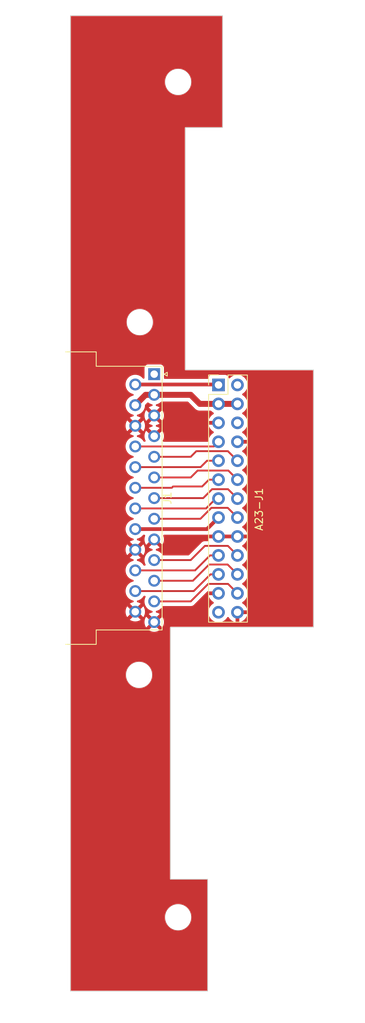
<source format=kicad_pcb>
(kicad_pcb (version 20221018) (generator pcbnew)
  (layers (0 "F.Cu" signal) (31 "B.Cu" signal) (34 "B.Paste" user) (35 "F.Paste" user) (36 "B.SilkS" user "B.Silkscreen") (37 "F.SilkS" user "F.Silkscreen") (38 "B.Mask" user) (39 "F.Mask" user) (44 "Edge.Cuts" user))
  (net 0 "")
  (net 1 "+5V")
  (net 2 "GND")
  (net 3 "POD6")
  (net 4 "POD4")
  (net 5 "POD2")
  (net 6 "POD0")
  (net 7 "~{PODSYNC}")
  (net 8 "PODPWRFAIL")
  (net 9 "~{MAINSTAT}")
  (net 10 "+12V")
  (net 11 "POD7")
  (net 12 "POD5")
  (net 13 "POD3")
  (net 14 "POD1")
  (net 15 "-5V")
  (net 16 "~{PODRESET}")
  (net 17 "~{PODSTAT}")
  (footprint "68KCPU:PinHeader_2x13_P2.54mm_Vertical_Fluke_Numbering" (layer "F.Cu") (at 74.96 80.72)
    (fp_text reference "A23-J1" (at 5.44 16.68 90) (layer "F.SilkS"))
    (fp_text value "A23-J1_Connector")
    (fp_line (start -1.33 -1.33) (end 0 -1.33) (stroke (width 0.12)) (layer "F.SilkS"))
    (fp_line (start -1.33 0) (end -1.33 -1.33) (stroke (width 0.12)) (layer "F.SilkS"))
    (fp_line (start -1.33 1.27) (end -1.33 31.81) (stroke (width 0.12)) (layer "F.SilkS"))
    (fp_line (start -1.33 1.27) (end 1.27 1.27) (stroke (width 0.12)) (layer "F.SilkS"))
    (fp_line (start -1.33 31.81) (end 3.87 31.81) (stroke (width 0.12)) (layer "F.SilkS"))
    (fp_line (start 1.27 -1.33) (end 3.87 -1.33) (stroke (width 0.12)) (layer "F.SilkS"))
    (fp_line (start 1.27 1.27) (end 1.27 -1.33) (stroke (width 0.12)) (layer "F.SilkS"))
    (fp_line (start 3.87 -1.33) (end 3.87 31.81) (stroke (width 0.12)) (layer "F.SilkS"))
    (pad "1" thru_hole oval (at 2.54 0) (size 1.7 1.7) (drill 1) (layers "*.Cu" "*.Mask"))
    (pad "2" thru_hole oval (at 2.54 2.54) (size 1.7 1.7) (drill 1) (layers "*.Cu" "*.Mask") (net 1 "+5V"))
    (pad "3" thru_hole oval (at 2.54 5.08) (size 1.7 1.7) (drill 1) (layers "*.Cu" "*.Mask"))
    (pad "4" thru_hole oval (at 2.54 7.62) (size 1.7 1.7) (drill 1) (layers "*.Cu" "*.Mask") (net 2 "GND"))
    (pad "5" thru_hole oval (at 2.54 10.16) (size 1.7 1.7) (drill 1) (layers "*.Cu" "*.Mask") (net 3 "POD6"))
    (pad "6" thru_hole oval (at 2.54 12.7) (size 1.7 1.7) (drill 1) (layers "*.Cu" "*.Mask") (net 4 "POD4"))
    (pad "7" thru_hole oval (at 2.54 15.24) (size 1.7 1.7) (drill 1) (layers "*.Cu" "*.Mask") (net 5 "POD2"))
    (pad "8" thru_hole oval (at 2.54 17.78) (size 1.7 1.7) (drill 1) (layers "*.Cu" "*.Mask") (net 6 "POD0"))
    (pad "9" thru_hole oval (at 2.54 20.32) (size 1.7 1.7) (drill 1) (layers "*.Cu" "*.Mask") (net 2 "GND"))
    (pad "10" thru_hole oval (at 2.54 22.86) (size 1.7 1.7) (drill 1) (layers "*.Cu" "*.Mask") (net 7 "~{PODSYNC}"))
    (pad "11" thru_hole oval (at 2.54 25.4) (size 1.7 1.7) (drill 1) (layers "*.Cu" "*.Mask") (net 8 "PODPWRFAIL"))
    (pad "12" thru_hole oval (at 2.54 27.94) (size 1.7 1.7) (drill 1) (layers "*.Cu" "*.Mask") (net 9 "~{MAINSTAT}"))
    (pad "13" thru_hole oval (at 2.54 30.48) (size 1.7 1.7) (drill 1) (layers "*.Cu" "*.Mask") (net 2 "GND"))
    (pad "14" thru_hole rect (at 0 0) (size 1.7 1.7) (drill 1) (layers "*.Cu" "*.Mask") (net 10 "+12V"))
    (pad "15" thru_hole oval (at 0 2.54) (size 1.7 1.7) (drill 1) (layers "*.Cu" "*.Mask") (net 1 "+5V"))
    (pad "16" thru_hole oval (at 0 5.08) (size 1.7 1.7) (drill 1) (layers "*.Cu" "*.Mask") (net 2 "GND"))
    (pad "17" thru_hole oval (at 0 7.62) (size 1.7 1.7) (drill 1) (layers "*.Cu" "*.Mask") (net 11 "POD7"))
    (pad "18" thru_hole oval (at 0 10.16) (size 1.7 1.7) (drill 1) (layers "*.Cu" "*.Mask") (net 12 "POD5"))
    (pad "19" thru_hole oval (at 0 12.7) (size 1.7 1.7) (drill 1) (layers "*.Cu" "*.Mask") (net 13 "POD3"))
    (pad "20" thru_hole oval (at 0 15.24) (size 1.7 1.7) (drill 1) (layers "*.Cu" "*.Mask") (net 14 "POD1"))
    (pad "21" thru_hole oval (at 0 17.78) (size 1.7 1.7) (drill 1) (layers "*.Cu" "*.Mask") (net 15 "-5V"))
    (pad "22" thru_hole oval (at 0 20.32) (size 1.7 1.7) (drill 1) (layers "*.Cu" "*.Mask") (net 2 "GND"))
    (pad "23" thru_hole oval (at 0 22.86) (size 1.7 1.7) (drill 1) (layers "*.Cu" "*.Mask") (net 16 "~{PODRESET}"))
    (pad "24" thru_hole oval (at 0 25.4) (size 1.7 1.7) (drill 1) (layers "*.Cu" "*.Mask") (net 17 "~{PODSTAT}"))
    (pad "25" thru_hole oval (at 0 27.94) (size 1.7 1.7) (drill 1) (layers "*.Cu" "*.Mask") (net 2 "GND"))
    (pad "26" thru_hole oval (at 0 30.48) (size 1.7 1.7) (drill 1) (layers "*.Cu" "*.Mask"))
  )
  (footprint "Connector_Dsub:DSUB-25_Male_Horizontal_P2.77x2.54mm_EdgePinOffset9.40mm" (layer "F.Cu") (at 66.330331 79.275 -90)
    (fp_text reference "J1" (at 16.62 -1.8 90) (layer "F.SilkS"))
    (fp_text value "DB25_Plug")
    (fp_line (start -2.99 7.78) (end -1.06 7.78) (stroke (width 0.12)) (layer "F.SilkS"))
    (fp_line (start -2.99 11.88) (end -2.99 7.78) (stroke (width 0.12)) (layer "F.SilkS"))
    (fp_line (start -1.06 -1.06) (end 34.3 -1.06) (stroke (width 0.12)) (layer "F.SilkS"))
    (fp_line (start -1.06 7.78) (end -1.06 -1.06) (stroke (width 0.12)) (layer "F.SilkS"))
    (fp_line (start -0.25 -1.754338) (end 0.25 -1.754338) (stroke (width 0.12)) (layer "F.SilkS"))
    (fp_line (start 0 -1.321325) (end -0.25 -1.754338) (stroke (width 0.12)) (layer "F.SilkS"))
    (fp_line (start 0.25 -1.754338) (end 0 -1.321325) (stroke (width 0.12)) (layer "F.SilkS"))
    (fp_line (start 34.3 -1.06) (end 34.3 7.78) (stroke (width 0.12)) (layer "F.SilkS"))
    (fp_line (start 34.3 7.78) (end 36.23 7.78) (stroke (width 0.12)) (layer "F.SilkS"))
    (fp_line (start 36.23 7.78) (end 36.23 11.88) (stroke (width 0.12)) (layer "F.SilkS"))
    (pad "1" thru_hole rect (at 0 0 270) (size 1.6 1.6) (drill 1) (layers "*.Cu" "*.Mask"))
    (pad "2" thru_hole circle (at 2.77 0 270) (size 1.6 1.6) (drill 1) (layers "*.Cu" "*.Mask") (net 1 "+5V"))
    (pad "3" thru_hole circle (at 5.54 0 270) (size 1.6 1.6) (drill 1) (layers "*.Cu" "*.Mask") (net 2 "GND"))
    (pad "4" thru_hole circle (at 8.31 0 270) (size 1.6 1.6) (drill 1) (layers "*.Cu" "*.Mask") (net 2 "GND"))
    (pad "5" thru_hole circle (at 11.08 0 270) (size 1.6 1.6) (drill 1) (layers "*.Cu" "*.Mask") (net 3 "POD6"))
    (pad "6" thru_hole circle (at 13.85 0 270) (size 1.6 1.6) (drill 1) (layers "*.Cu" "*.Mask") (net 4 "POD4"))
    (pad "7" thru_hole circle (at 16.62 0 270) (size 1.6 1.6) (drill 1) (layers "*.Cu" "*.Mask") (net 5 "POD2"))
    (pad "8" thru_hole circle (at 19.39 0 270) (size 1.6 1.6) (drill 1) (layers "*.Cu" "*.Mask") (net 6 "POD0"))
    (pad "9" thru_hole circle (at 22.16 0 270) (size 1.6 1.6) (drill 1) (layers "*.Cu" "*.Mask") (net 2 "GND"))
    (pad "10" thru_hole circle (at 24.93 0 270) (size 1.6 1.6) (drill 1) (layers "*.Cu" "*.Mask") (net 7 "~{PODSYNC}"))
    (pad "11" thru_hole circle (at 27.7 0 270) (size 1.6 1.6) (drill 1) (layers "*.Cu" "*.Mask") (net 8 "PODPWRFAIL"))
    (pad "12" thru_hole circle (at 30.47 0 270) (size 1.6 1.6) (drill 1) (layers "*.Cu" "*.Mask") (net 9 "~{MAINSTAT}"))
    (pad "13" thru_hole circle (at 33.24 0 270) (size 1.6 1.6) (drill 1) (layers "*.Cu" "*.Mask") (net 2 "GND"))
    (pad "14" thru_hole circle (at 1.385 2.54 270) (size 1.6 1.6) (drill 1) (layers "*.Cu" "*.Mask") (net 10 "+12V"))
    (pad "15" thru_hole circle (at 4.155 2.54 270) (size 1.6 1.6) (drill 1) (layers "*.Cu" "*.Mask") (net 1 "+5V"))
    (pad "16" thru_hole circle (at 6.925 2.54 270) (size 1.6 1.6) (drill 1) (layers "*.Cu" "*.Mask") (net 2 "GND"))
    (pad "17" thru_hole circle (at 9.695 2.54 270) (size 1.6 1.6) (drill 1) (layers "*.Cu" "*.Mask") (net 11 "POD7"))
    (pad "18" thru_hole circle (at 12.465 2.54 270) (size 1.6 1.6) (drill 1) (layers "*.Cu" "*.Mask") (net 12 "POD5"))
    (pad "19" thru_hole circle (at 15.235 2.54 270) (size 1.6 1.6) (drill 1) (layers "*.Cu" "*.Mask") (net 13 "POD3"))
    (pad "20" thru_hole circle (at 18.005 2.54 270) (size 1.6 1.6) (drill 1) (layers "*.Cu" "*.Mask") (net 14 "POD1"))
    (pad "21" thru_hole circle (at 20.775 2.54 270) (size 1.6 1.6) (drill 1) (layers "*.Cu" "*.Mask") (net 15 "-5V"))
    (pad "22" thru_hole circle (at 23.545 2.54 270) (size 1.6 1.6) (drill 1) (layers "*.Cu" "*.Mask") (net 2 "GND"))
    (pad "23" thru_hole circle (at 26.315 2.54 270) (size 1.6 1.6) (drill 1) (layers "*.Cu" "*.Mask") (net 16 "~{PODRESET}"))
    (pad "24" thru_hole circle (at 29.085 2.54 270) (size 1.6 1.6) (drill 1) (layers "*.Cu" "*.Mask") (net 17 "~{PODSTAT}"))
    (pad "25" thru_hole circle (at 31.855 2.54 270) (size 1.6 1.6) (drill 1) (layers "*.Cu" "*.Mask") (net 2 "GND"))
  )
  (gr_circle (center 64.3 119.6) (end 64.3 117.85) (stroke (width 0.05)) (fill none) (layer "Edge.Cuts"))
  (gr_line (start 73.5 162.006) (end 73.5 147) (stroke (width 0.1)) (layer "Edge.Cuts"))
  (gr_line (start 55.1 51.4) (end 55.1 31.2) (stroke (width 0.1)) (layer "Edge.Cuts"))
  (gr_line (start 73.5 147) (end 68.5 147) (stroke (width 0.1)) (layer "Edge.Cuts"))
  (gr_line (start 68.5 147) (end 68.5 139.4) (stroke (width 0.1)) (layer "Edge.Cuts"))
  (gr_line (start 68.5 113.2) (end 73.5 113.2) (stroke (width 0.1)) (layer "Edge.Cuts"))
  (gr_line (start 73.5 162.006) (end 60 162.006) (stroke (width 0.1)) (layer "Edge.Cuts"))
  (gr_line (start 87.7 113.2) (end 87.7 78.7) (stroke (width 0.1)) (layer "Edge.Cuts"))
  (gr_circle (center 64.4 72.3) (end 64.4 70.55) (stroke (width 0.05)) (fill none) (layer "Edge.Cuts"))
  (gr_line (start 60 31.2) (end 55.1 31.2) (stroke (width 0.1)) (layer "Edge.Cuts"))
  (gr_line (start 55.1 162.006) (end 60 162.006) (stroke (width 0.1)) (layer "Edge.Cuts"))
  (gr_line (start 55.1 139.4) (end 55.1 51.4) (stroke (width 0.1)) (layer "Edge.Cuts"))
  (gr_circle (center 69.542644 152.1) (end 71.292644 152.1) (stroke (width 0.05)) (fill none) (layer "Edge.Cuts"))
  (gr_line (start 60 31.2) (end 75.5 31.2) (stroke (width 0.1)) (layer "Edge.Cuts"))
  (gr_line (start 75.5 78.7) (end 87.7 78.7) (stroke (width 0.1)) (layer "Edge.Cuts"))
  (gr_line (start 55.1 162.006) (end 55.1 139.4) (stroke (width 0.1)) (layer "Edge.Cuts"))
  (gr_line (start 75.5 78.7) (end 70.5 78.7) (stroke (width 0.1)) (layer "Edge.Cuts"))
  (gr_line (start 75.5 31.2) (end 75.5 46.2) (stroke (width 0.1)) (layer "Edge.Cuts"))
  (gr_line (start 68.5 113.2) (end 68.5 139.4) (stroke (width 0.1)) (layer "Edge.Cuts"))
  (gr_line (start 70.5 78.7) (end 70.5 46.2) (stroke (width 0.1)) (layer "Edge.Cuts"))
  (gr_circle (center 69.542644 40.086) (end 71.292644 40.086) (stroke (width 0.05)) (fill none) (layer "Edge.Cuts"))
  (gr_line (start 75.5 46.2) (end 70.5 46.2) (stroke (width 0.1)) (layer "Edge.Cuts"))
  (gr_line (start 73.5 113.2) (end 87.7 113.2) (stroke (width 0.1)) (layer "Edge.Cuts"))
  (segment (start 94.6047 80.775) (end 94.618888 80.775) (width 0) (layer "F.Cu") (net 0))
  (segment (start 66.330331 82.045) (end 65.175331 82.045) (width 0.8) (layer "F.Cu") (net 1))
  (segment (start 66.330331 82.045) (end 71.230331 82.045) (width 0.8) (layer "F.Cu") (net 1))
  (segment (start 65.175331 82.045) (end 63.790331 83.43) (width 0.8) (layer "F.Cu") (net 1))
  (segment (start 74.96 83.26) (end 77.5 83.26) (width 0.8) (layer "F.Cu") (net 1))
  (segment (start 72.445331 83.26) (end 74.96 83.26) (width 0.8) (layer "F.Cu") (net 1))
  (segment (start 71.230331 82.045) (end 72.445331 83.26) (width 0.8) (layer "F.Cu") (net 1))
  (segment (start 71.292666 90.292666) (end 71.985331 89.6) (width 0.25) (layer "F.Cu") (net 3))
  (segment (start 71.230332 90.355) (end 66.330331 90.355) (width 0.25) (layer "F.Cu") (net 3))
  (segment (start 71.292666 90.292666) (end 71.230332 90.355) (width 0.25) (layer "F.Cu") (net 3))
  (segment (start 71.230331 90.355) (end 71.292666 90.292666) (width 0.25) (layer "F.Cu") (net 3))
  (segment (start 71.985331 89.6) (end 76.22 89.6) (width 0.25) (layer "F.Cu") (net 3))
  (segment (start 76.22 89.6) (end 77.5 90.88) (width 0.25) (layer "F.Cu") (net 3))
  (segment (start 71.230331 93.125) (end 72.155331 92.2) (width 0.25) (layer "F.Cu") (net 4))
  (segment (start 76.28 92.2) (end 77.5 93.42) (width 0.25) (layer "F.Cu") (net 4))
  (segment (start 72.155331 92.2) (end 76.28 92.2) (width 0.25) (layer "F.Cu") (net 4))
  (segment (start 71.230331 93.125) (end 66.330331 93.125) (width 0.25) (layer "F.Cu") (net 4))
  (segment (start 77.5 95.96) (end 76.24 94.7) (width 0.25) (layer "F.Cu") (net 5))
  (segment (start 76.24 94.7) (end 74.1 94.7) (width 0.25) (layer "F.Cu") (net 5))
  (segment (start 74.1 94.7) (end 72.905 95.895) (width 0.25) (layer "F.Cu") (net 5))
  (segment (start 72.905 95.895) (end 66.330331 95.895) (width 0.25) (layer "F.Cu") (net 5))
  (segment (start 76.2 97.2) (end 74 97.2) (width 0.25) (layer "F.Cu") (net 6))
  (segment (start 72.535 98.665) (end 66.330331 98.665) (width 0.25) (layer "F.Cu") (net 6))
  (segment (start 74 97.2) (end 72.535 98.665) (width 0.25) (layer "F.Cu") (net 6))
  (segment (start 77.5 98.5) (end 76.2 97.2) (width 0.25) (layer "F.Cu") (net 6))
  (segment (start 76.22 102.3) (end 77.5 103.58) (width 0.25) (layer "F.Cu") (net 7))
  (segment (start 73.135331 102.3) (end 76.22 102.3) (width 0.25) (layer "F.Cu") (net 7))
  (segment (start 71.230331 104.205) (end 66.330331 104.205) (width 0.25) (layer "F.Cu") (net 7))
  (segment (start 71.230331 104.205) (end 73.135331 102.3) (width 0.25) (layer "F.Cu") (net 7))
  (segment (start 73.7 104.8) (end 71.525 106.975) (width 0.25) (layer "F.Cu") (net 8))
  (segment (start 77.5 106.12) (end 76.18 104.8) (width 0.25) (layer "F.Cu") (net 8))
  (segment (start 71.525 106.975) (end 66.330331 106.975) (width 0.25) (layer "F.Cu") (net 8))
  (segment (start 76.18 104.8) (end 73.7 104.8) (width 0.25) (layer "F.Cu") (net 8))
  (segment (start 73.575331 107.4) (end 76.24 107.4) (width 0.25) (layer "F.Cu") (net 9))
  (segment (start 76.24 107.4) (end 77.5 108.66) (width 0.25) (layer "F.Cu") (net 9))
  (segment (start 71.230331 109.745) (end 66.330331 109.745) (width 0.25) (layer "F.Cu") (net 9))
  (segment (start 71.230331 109.745) (end 73.575331 107.4) (width 0.25) (layer "F.Cu") (net 9))
  (segment (start 74.96 80.72) (end 74.9 80.66) (width 0.5) (layer "F.Cu") (net 10))
  (segment (start 74.9 80.66) (end 63.790331 80.66) (width 0.5) (layer "F.Cu") (net 10))
  (segment (start 74.96 88.34) (end 74.33 88.97) (width 0.25) (layer "F.Cu") (net 11))
  (segment (start 74.33 88.97) (end 63.790331 88.97) (width 0.25) (layer "F.Cu") (net 11))
  (segment (start 74.96 90.88) (end 73.42 90.88) (width 0.25) (layer "F.Cu") (net 12))
  (segment (start 72.56 91.74) (end 63.790331 91.74) (width 0.25) (layer "F.Cu") (net 12))
  (segment (start 73.42 90.88) (end 72.56 91.74) (width 0.25) (layer "F.Cu") (net 12))
  (segment (start 72.764501 94.335499) (end 73.68 93.42) (width 0.25) (layer "F.Cu") (net 13))
  (segment (start 73.68 93.42) (end 74.96 93.42) (width 0.25) (layer "F.Cu") (net 13))
  (segment (start 68.864832 94.335499) (end 72.764501 94.335499) (width 0.25) (layer "F.Cu") (net 13))
  (segment (start 68.690331 94.51) (end 68.864832 94.335499) (width 0.25) (layer "F.Cu") (net 13))
  (segment (start 68.690331 94.51) (end 63.790331 94.51) (width 0.25) (layer "F.Cu") (net 13))
  (segment (start 74.96 95.96) (end 74.60431 95.96) (width 0.25) (layer "F.Cu") (net 14))
  (segment (start 73.28431 97.28) (end 63.790331 97.28) (width 0.25) (layer "F.Cu") (net 14))
  (segment (start 74.60431 95.96) (end 73.28431 97.28) (width 0.25) (layer "F.Cu") (net 14))
  (segment (start 74.96 98.5) (end 73.41 100.05) (width 0.5) (layer "F.Cu") (net 15))
  (segment (start 73.41 100.05) (end 63.790331 100.05) (width 0.5) (layer "F.Cu") (net 15))
  (segment (start 71.81 105.59) (end 63.790331 105.59) (width 0.25) (layer "F.Cu") (net 16))
  (segment (start 73.82 103.58) (end 71.81 105.59) (width 0.25) (layer "F.Cu") (net 16))
  (segment (start 74.96 103.58) (end 73.82 103.58) (width 0.25) (layer "F.Cu") (net 16))
  (segment (start 74.96 106.12) (end 73.88 106.12) (width 0.25) (layer "F.Cu") (net 17))
  (segment (start 73.88 106.12) (end 71.64 108.36) (width 0.25) (layer "F.Cu") (net 17))
  (segment (start 71.64 108.36) (end 63.790331 108.36) (width 0.25) (layer "F.Cu") (net 17))
  (zone (net 2) (net_name "GND") (layer "F.Cu") (connect_pads (clearance 0.5)) (min_thickness 0.25) (fill yes (thermal_gap 0.5) (thermal_bridge_width 0.5))
    (polygon (pts (xy 93.6 29.1) (xy 93.6 164.6) (xy 91.9 166.3) (xy 52.3 166.3) (xy 52.9 30.1) (xy 57.8 29.1)))
  )
)
</source>
